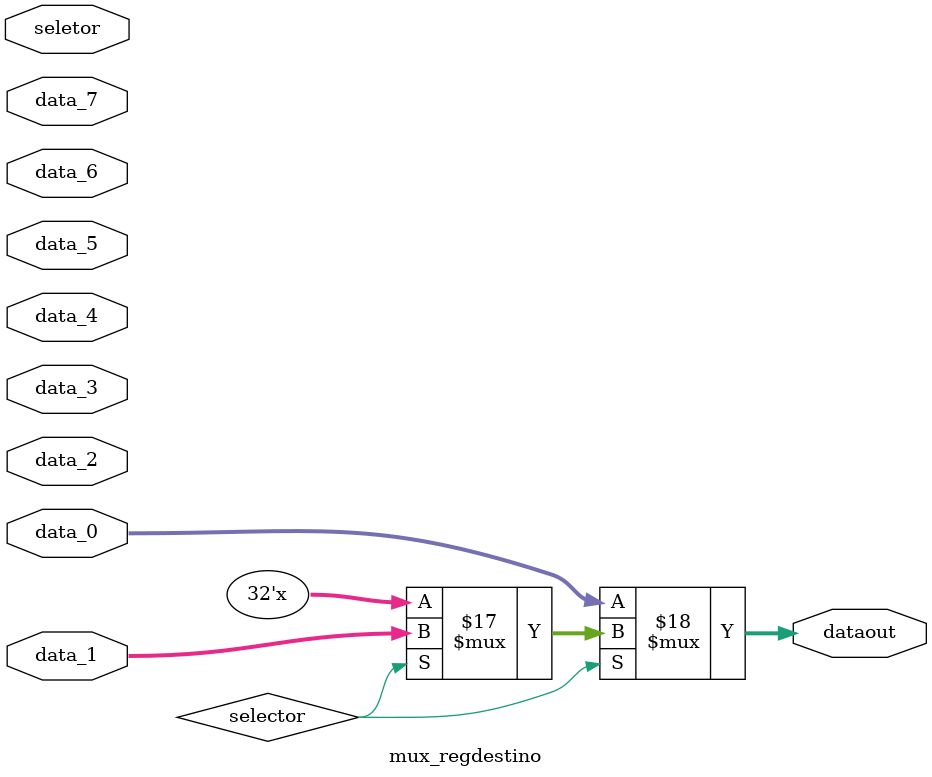
<source format=v>
module mux_regdestino (   
    input wire [3:0] seletor,
    input wire [31:0] data_0, data_1, data_2, data_3, data_4, data_5, data_6, data_7,
    output wire [31:0] dataout
);
    assign dataout = (selector == 4'b0000) ? data_0 :
                     (selector == 4'b0001) ? data_1 :
                     (selector == 4'b0010) ? data_2 :
                     (selector == 4'b0011) ? data_3 :
                     (selector == 4'b0100) ? data_4 :
                     (selector == 4'b0101) ? data_5 :
                     (selector == 4'b0110) ? data_6 :
                     (selector == 4'b0111) ? data_7 :
                     (selector == 4'b1000) ? 32'd227:
                     32'bx;
    
endmodule
</source>
